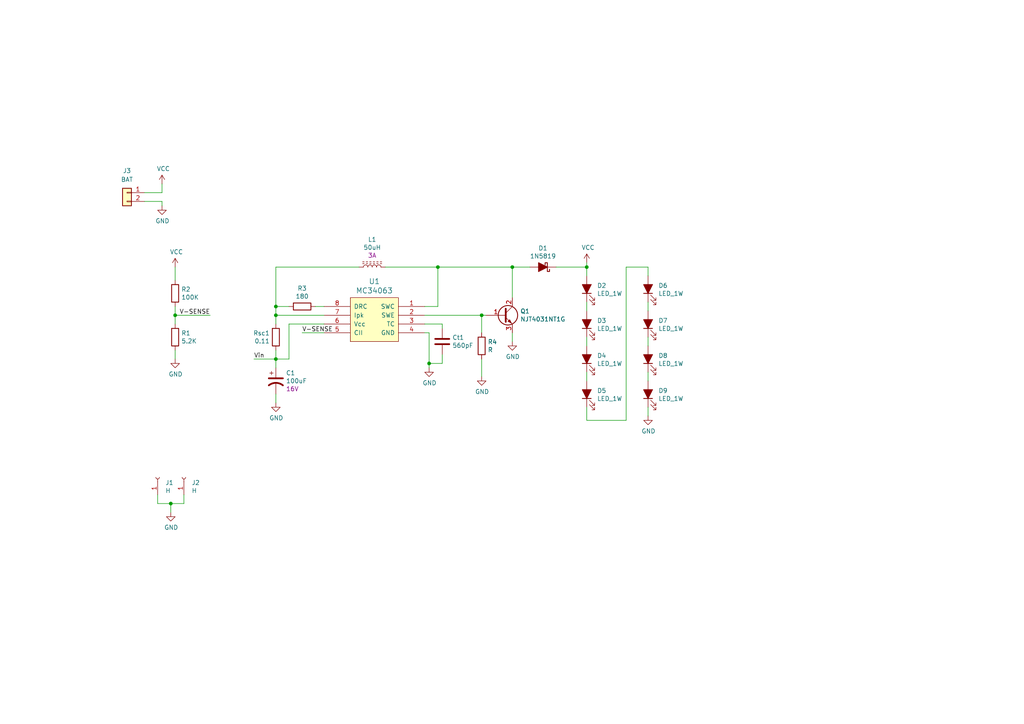
<source format=kicad_sch>
(kicad_sch (version 20211123) (generator eeschema)
  (paper "A4")
  (lib_symbols
    (symbol "Connector:Conn_01x01_Female" (pin_names (offset 1.016) hide)
      (property "Reference" "J" (at 0 2.54 0))
      (property "Value" "Conn_01x01_Female" (at 0 -2.54 0))
      (symbol "Conn_01x01_Female_1_1"
        (polyline (pts (xy -1.27 0) (xy -0.508 0)) (stroke (width 0.1524)))
        (arc (start 0 0.508) (mid -0.508 0) (end 0 -0.508) (stroke (width 0.1524)))
        (pin passive line (at -5.08 0 0) (length 3.81) (name "Pin_1") (number "1"))
      )
    )
    (symbol "Connector_Generic:Conn_01x02" (pin_names (offset 1.016) hide)
      (property "Reference" "J" (at 0 2.54 0))
      (property "Value" "Conn_01x02" (at 0 -5.08 0))
      (symbol "Conn_01x02_1_1"
        (rectangle (start -1.27 -2.413) (end 0 -2.667) (stroke (width 0.1524)))
        (rectangle (start -1.27 0.127) (end 0 -0.127) (stroke (width 0.1524)))
        (rectangle (start -1.27 1.27) (end 1.27 -3.81) (stroke (width 0.254)) (fill (type background)))
        (pin passive line (at -5.08 0 0) (length 3.81) (name "Pin_1") (number "1"))
        (pin passive line (at -5.08 -2.54 0) (length 3.81) (name "Pin_2") (number "2"))
      )
    )
    (symbol "Device:C" (pin_numbers hide) (pin_names (offset 0.254))
      (property "Reference" "C" (at 0.635 2.54 0))
      (property "Value" "C" (at 0.635 -2.54 0))
      (symbol "C_0_1"
        (polyline (pts (xy -2.032 -0.762) (xy 2.032 -0.762)) (stroke (width 0.508)))
        (polyline (pts (xy -2.032 0.762) (xy 2.032 0.762)) (stroke (width 0.508)))
      )
      (symbol "C_1_1"
        (pin passive line (at 0 3.81 270) (length 2.794) (name "~") (number "1"))
        (pin passive line (at 0 -3.81 90) (length 2.794) (name "~") (number "2"))
      )
    )
    (symbol "Device:Q_NPN_BCE" (pin_names (offset 0) hide)
      (property "Reference" "Q" (at 5.08 1.27 0))
      (property "Value" "Q_NPN_BCE" (at 5.08 -1.27 0))
      (symbol "Q_NPN_BCE_0_1"
        (polyline (pts (xy 0.635 0.635) (xy 2.54 2.54)))
        (polyline (pts (xy 0.635 -0.635) (xy 2.54 -2.54) (xy 2.54 -2.54)))
        (polyline (pts (xy 0.635 1.905) (xy 0.635 -1.905) (xy 0.635 -1.905)) (stroke (width 0.508)))
        (polyline (pts (xy 1.27 -1.778) (xy 1.778 -1.27) (xy 2.286 -2.286) (xy 1.27 -1.778) (xy 1.27 -1.778)) (fill (type outline)))
        (circle (center 1.27 0) (radius 2.8194) (stroke (width 0.254)))
      )
      (symbol "Q_NPN_BCE_1_1"
        (pin input line (at -5.08 0 0) (length 5.715) (name "B") (number "1"))
        (pin passive line (at 2.54 5.08 270) (length 2.54) (name "C") (number "2"))
        (pin passive line (at 2.54 -5.08 90) (length 2.54) (name "E") (number "3"))
      )
    )
    (symbol "Device:R" (pin_numbers hide) (pin_names (offset 0))
      (property "Reference" "R" (at 2.032 0 90))
      (property "Value" "R" (at 0 0 90))
      (symbol "R_0_1"
        (rectangle (start -1.016 -2.54) (end 1.016 2.54) (stroke (width 0.254)))
      )
      (symbol "R_1_1"
        (pin passive line (at 0 3.81 270) (length 1.27) (name "~") (number "1"))
        (pin passive line (at 0 -3.81 90) (length 1.27) (name "~") (number "2"))
      )
    )
    (symbol "MC34063-test-rescue:CP1-Device" (pin_numbers hide) (pin_names (offset 0.254) hide)
      (property "Reference" "C" (at 0.635 2.54 0))
      (property "Value" "CP1-Device" (at 0.635 -2.54 0))
      (symbol "CP1-Device_0_1"
        (polyline (pts (xy -2.032 0.762) (xy 2.032 0.762)) (stroke (width 0.508)))
        (polyline (pts (xy -1.778 2.286) (xy -0.762 2.286)))
        (polyline (pts (xy -1.27 1.778) (xy -1.27 2.794)))
        (arc (start 2.032 -1.27) (mid 0 -0.5572) (end -2.032 -1.27) (stroke (width 0.508)))
      )
      (symbol "CP1-Device_1_1"
        (pin passive line (at 0 3.81 270) (length 2.794) (name "~") (number "1"))
        (pin passive line (at 0 -3.81 90) (length 3.302) (name "~") (number "2"))
      )
    )
    (symbol "MC34063-test-rescue:D_Schottky_ALT-Device" (pin_numbers hide) (pin_names (offset 1.016) hide)
      (property "Reference" "D" (at 0 2.54 0))
      (property "Value" "D_Schottky_ALT-Device" (at 0 -2.54 0))
      (symbol "D_Schottky_ALT-Device_0_1"
        (polyline (pts (xy 1.27 0) (xy -1.27 0)))
        (polyline (pts (xy 1.27 1.27) (xy 1.27 -1.27) (xy -1.27 0) (xy 1.27 1.27)) (stroke (width 0.254)) (fill (type outline)))
        (polyline (pts (xy -1.905 0.635) (xy -1.905 1.27) (xy -1.27 1.27) (xy -1.27 -1.27) (xy -0.635 -1.27) (xy -0.635 -0.635)) (stroke (width 0.254)))
      )
      (symbol "D_Schottky_ALT-Device_1_1"
        (pin passive line (at -3.81 0 0) (length 2.54) (name "K") (number "1"))
        (pin passive line (at 3.81 0 180) (length 2.54) (name "A") (number "2"))
      )
    )
    (symbol "MC34063-test-rescue:LED_ALT-Device" (pin_numbers hide) (pin_names (offset 1.016) hide)
      (property "Reference" "D" (at 0 2.54 0))
      (property "Value" "LED_ALT-Device" (at 0 -2.54 0))
      (symbol "LED_ALT-Device_0_1"
        (polyline (pts (xy -1.27 -1.27) (xy -1.27 1.27)) (stroke (width 0.254)))
        (polyline (pts (xy -1.27 0) (xy 1.27 0)))
        (polyline (pts (xy 1.27 -1.27) (xy 1.27 1.27) (xy -1.27 0) (xy 1.27 -1.27)) (stroke (width 0.254)) (fill (type outline)))
        (polyline (pts (xy -3.048 -0.762) (xy -4.572 -2.286) (xy -3.81 -2.286) (xy -4.572 -2.286) (xy -4.572 -1.524)))
        (polyline (pts (xy -1.778 -0.762) (xy -3.302 -2.286) (xy -2.54 -2.286) (xy -3.302 -2.286) (xy -3.302 -1.524)))
      )
      (symbol "LED_ALT-Device_1_1"
        (pin passive line (at -3.81 0 0) (length 2.54) (name "K") (number "1"))
        (pin passive line (at 3.81 0 180) (length 2.54) (name "A") (number "2"))
      )
    )
    (symbol "MC34063-test-rescue:L_Core_Ferrite-Device" (pin_numbers hide) (pin_names (offset 1.016) hide)
      (property "Reference" "L" (at -1.27 0 90))
      (property "Value" "L_Core_Ferrite-Device" (at 2.794 0 90))
      (symbol "L_Core_Ferrite-Device_0_1"
        (arc (start 0 -2.54) (mid 0.635 -1.905) (end 0 -1.27))
        (arc (start 0 -1.27) (mid 0.635 -0.635) (end 0 0))
        (polyline (pts (xy 1.016 -2.794) (xy 1.016 -2.286)))
        (polyline (pts (xy 1.016 -1.778) (xy 1.016 -1.27)))
        (polyline (pts (xy 1.016 -0.762) (xy 1.016 -0.254)))
        (polyline (pts (xy 1.016 0.254) (xy 1.016 0.762)))
        (polyline (pts (xy 1.016 1.27) (xy 1.016 1.778)))
        (polyline (pts (xy 1.016 2.286) (xy 1.016 2.794)))
        (polyline (pts (xy 1.524 -2.286) (xy 1.524 -2.794)))
        (polyline (pts (xy 1.524 -1.27) (xy 1.524 -1.778)))
        (polyline (pts (xy 1.524 -0.254) (xy 1.524 -0.762)))
        (polyline (pts (xy 1.524 0.762) (xy 1.524 0.254)))
        (polyline (pts (xy 1.524 1.778) (xy 1.524 1.27)))
        (polyline (pts (xy 1.524 2.794) (xy 1.524 2.286)))
        (arc (start 0 0) (mid 0.635 0.635) (end 0 1.27))
        (arc (start 0 1.27) (mid 0.635 1.905) (end 0 2.54))
      )
      (symbol "L_Core_Ferrite-Device_1_1"
        (pin passive line (at 0 3.81 270) (length 1.27) (name "1") (number "1"))
        (pin passive line (at 0 -3.81 90) (length 1.27) (name "2") (number "2"))
      )
    )
    (symbol "MC34063-test-rescue:MC34063-MSS_PWMControl" (pin_names (offset 1.016))
      (property "Reference" "U" (at -7.62 8.89 0))
      (property "Value" "MC34063-MSS_PWMControl" (at -7.62 -6.35 0))
      (symbol "MC34063-MSS_PWMControl_0_1"
        (rectangle (start -7.62 7.62) (end 6.35 -5.08) (fill (type background)))
      )
      (symbol "MC34063-MSS_PWMControl_1_1"
        (pin open_collector line (at 13.97 5.08 180) (length 7.62) (name "SWC") (number "1"))
        (pin open_emitter line (at 13.97 2.54 180) (length 7.62) (name "SWE") (number "2"))
        (pin passive line (at 13.97 0 180) (length 7.62) (name "TC") (number "3"))
        (pin power_in line (at 13.97 -2.54 180) (length 7.62) (name "GND") (number "4"))
        (pin input line (at -15.24 -2.54 0) (length 7.62) (name "CII") (number "5"))
        (pin power_in line (at -15.24 0 0) (length 7.62) (name "Vcc") (number "6"))
        (pin input line (at -15.24 2.54 0) (length 7.62) (name "Ipk") (number "7"))
        (pin open_collector line (at -15.24 5.08 0) (length 7.62) (name "DRC") (number "8"))
      )
    )
    (symbol "power:GND" (power) (pin_names (offset 0))
      (property "Value" "GND" (at 0 -3.81 0))
      (symbol "GND_0_1"
        (polyline (pts (xy 0 0) (xy 0 -1.27) (xy 1.27 -1.27) (xy 0 -2.54) (xy -1.27 -1.27) (xy 0 -1.27)))
      )
      (symbol "GND_1_1"
        (pin power_in line (at 0 0 270) (length 0) hide (name "GND") (number "1"))
      )
    )
    (symbol "power:VCC" (power) (pin_names (offset 0))
      (property "Value" "VCC" (at 0 3.81 0))
      (symbol "VCC_0_1"
        (polyline (pts (xy -0.762 1.27) (xy 0 2.54)))
        (polyline (pts (xy 0 0) (xy 0 2.54)))
        (polyline (pts (xy 0 2.54) (xy 0.762 1.27)))
      )
      (symbol "VCC_1_1"
        (pin power_in line (at 0 0 90) (length 0) hide (name "VCC") (number "1"))
      )
    )
  )
  (junction (at 127 77.47))
  (junction (at 50.8 91.44))
  (junction (at 139.7 91.44))
  (junction (at 80.01 91.44))
  (junction (at 80.01 104.14))
  (junction (at 170.18 77.47))
  (junction (at 124.46 105.41))
  (junction (at 49.53 146.05))
  (junction (at 148.59 77.47))
  (junction (at 80.01 88.9))
  (wire (pts (xy 80.01 91.44) (xy 80.01 88.9)))
  (wire (pts (xy 45.72 146.05) (xy 49.53 146.05)))
  (wire (pts (xy 123.19 96.52) (xy 124.46 96.52)))
  (wire (pts (xy 93.98 91.44) (xy 80.01 91.44)))
  (wire (pts (xy 49.53 148.59) (xy 49.53 146.05)))
  (wire (pts (xy 181.61 121.92) (xy 181.61 77.47)))
  (wire (pts (xy 83.82 104.14) (xy 80.01 104.14)))
  (wire (pts (xy 124.46 105.41) (xy 124.46 96.52)))
  (wire (pts (xy 123.19 91.44) (xy 139.7 91.44)))
  (wire (pts (xy 46.99 58.42) (xy 41.91 58.42)))
  (wire (pts (xy 45.72 143.51) (xy 45.72 146.05)))
  (wire (pts (xy 170.18 76.2) (xy 170.18 77.47)))
  (wire (pts (xy 87.63 96.52) (xy 93.98 96.52)))
  (wire (pts (xy 80.01 77.47) (xy 104.14 77.47)))
  (wire (pts (xy 46.99 55.88) (xy 46.99 53.34)))
  (wire (pts (xy 128.27 95.25) (xy 128.27 93.98)))
  (wire (pts (xy 187.96 77.47) (xy 187.96 80.01)))
  (wire (pts (xy 128.27 105.41) (xy 124.46 105.41)))
  (wire (pts (xy 50.8 81.28) (xy 50.8 77.47)))
  (wire (pts (xy 181.61 77.47) (xy 187.96 77.47)))
  (wire (pts (xy 128.27 102.87) (xy 128.27 105.41)))
  (wire (pts (xy 170.18 97.79) (xy 170.18 100.33)))
  (wire (pts (xy 50.8 88.9) (xy 50.8 91.44)))
  (wire (pts (xy 128.27 93.98) (xy 123.19 93.98)))
  (wire (pts (xy 46.99 59.69) (xy 46.99 58.42)))
  (wire (pts (xy 148.59 86.36) (xy 148.59 77.47)))
  (wire (pts (xy 80.01 104.14) (xy 80.01 101.6)))
  (wire (pts (xy 50.8 91.44) (xy 60.96 91.44)))
  (wire (pts (xy 83.82 93.98) (xy 83.82 104.14)))
  (wire (pts (xy 80.01 93.98) (xy 80.01 91.44)))
  (wire (pts (xy 170.18 118.11) (xy 170.18 121.92)))
  (wire (pts (xy 161.29 77.47) (xy 170.18 77.47)))
  (wire (pts (xy 170.18 87.63) (xy 170.18 90.17)))
  (wire (pts (xy 80.01 106.68) (xy 80.01 104.14)))
  (wire (pts (xy 139.7 96.52) (xy 139.7 91.44)))
  (wire (pts (xy 127 88.9) (xy 127 77.47)))
  (wire (pts (xy 93.98 93.98) (xy 83.82 93.98)))
  (wire (pts (xy 73.66 104.14) (xy 80.01 104.14)))
  (wire (pts (xy 148.59 96.52) (xy 148.59 99.06)))
  (wire (pts (xy 53.34 146.05) (xy 53.34 143.51)))
  (wire (pts (xy 187.96 87.63) (xy 187.96 90.17)))
  (wire (pts (xy 123.19 88.9) (xy 127 88.9)))
  (wire (pts (xy 80.01 114.3) (xy 80.01 116.84)))
  (wire (pts (xy 127 77.47) (xy 148.59 77.47)))
  (wire (pts (xy 139.7 104.14) (xy 139.7 109.22)))
  (wire (pts (xy 187.96 118.11) (xy 187.96 120.65)))
  (wire (pts (xy 50.8 91.44) (xy 50.8 93.98)))
  (wire (pts (xy 148.59 77.47) (xy 153.67 77.47)))
  (wire (pts (xy 50.8 101.6) (xy 50.8 104.14)))
  (wire (pts (xy 91.44 88.9) (xy 93.98 88.9)))
  (wire (pts (xy 111.76 77.47) (xy 127 77.47)))
  (wire (pts (xy 80.01 88.9) (xy 80.01 77.47)))
  (wire (pts (xy 124.46 106.68) (xy 124.46 105.41)))
  (wire (pts (xy 140.97 91.44) (xy 139.7 91.44)))
  (wire (pts (xy 170.18 121.92) (xy 181.61 121.92)))
  (wire (pts (xy 49.53 146.05) (xy 53.34 146.05)))
  (wire (pts (xy 170.18 107.95) (xy 170.18 110.49)))
  (wire (pts (xy 170.18 77.47) (xy 170.18 80.01)))
  (wire (pts (xy 83.82 88.9) (xy 80.01 88.9)))
  (wire (pts (xy 41.91 55.88) (xy 46.99 55.88)))
  (wire (pts (xy 187.96 107.95) (xy 187.96 110.49)))
  (wire (pts (xy 187.96 97.79) (xy 187.96 100.33)))
  (label "Vin" (at 73.66 104.14 0))
  (label "V-SENSE" (at 87.63 96.52 0))
  (label "V-SENSE" (at 60.96 91.44 180))
  (symbol (lib_id "MC34063-test-rescue:MC34063-MSS_PWMControl") (at 109.22 93.98 0) (unit 1)
    (property "Reference" "U1" (at 108.585 81.6102 0) (effects (font (size 1.524 1.524))))
    (property "Value" "MC34063" (at 108.585 84.3026 0) (effects (font (size 1.524 1.524))))
    (property "Footprint" "Package_SO:SOIC-8-1EP_3.9x4.9mm_P1.27mm_EP2.29x3mm_ThermalVias" (effects hide))
    (property "Datasheet" "https://www.onsemi.com/pub/Collateral/MC34063A-D.PDF" (effects hide))
    (property "Mfg Part #" "MC34063" (effects hide))
  )
  (symbol (lib_id "MC34063-test-rescue:L_Core_Ferrite-Device") (at 107.95 77.47 90) (unit 1)
    (property "Reference" "L1" (at 107.95 69.469 90))
    (property "Value" "50uH" (at 107.95 71.7804 90))
    (property "Footprint" "Inductor_SMD:L_Wuerth_MAPI-4030" (effects hide))
    (property "Campo4" "3A" (at 107.95 74.0918 90))
  )
  (symbol (lib_id "Device:C") (at 128.27 99.06 0) (unit 1)
    (property "Reference" "Ct1" (at 131.191 97.8916 0) (effects (justify left)))
    (property "Value" "560pF" (at 131.191 100.203 0) (effects (justify left)))
    (property "Footprint" "Capacitor_SMD:C_0402_1005Metric" (effects hide))
  )
  (symbol (lib_id "power:GND") (at 124.46 106.68 0) (unit 1)
    (property "Reference" "#PWR02" (effects hide))
    (property "Value" "GND" (at 124.587 111.0742 0))
  )
  (symbol (lib_id "power:GND") (at 148.59 99.06 0) (unit 1)
    (property "Reference" "#PWR04" (effects hide))
    (property "Value" "GND" (at 148.717 103.4542 0))
  )
  (symbol (lib_id "Device:R") (at 87.63 88.9 270) (unit 1)
    (property "Reference" "R3" (at 87.63 83.6422 90))
    (property "Value" "180" (at 87.63 85.9536 90))
    (property "Footprint" "Resistor_SMD:R_0402_1005Metric" (effects hide))
  )
  (symbol (lib_id "Device:R") (at 80.01 97.79 0) (unit 1)
    (property "Reference" "Rsc1" (at 78.2574 96.6216 0) (effects (justify right)))
    (property "Value" "0.11" (at 78.2574 98.933 0) (effects (justify right)))
    (property "Footprint" "Resistor_SMD:R_0805_2012Metric" (effects hide))
  )
  (symbol (lib_id "MC34063-test-rescue:CP1-Device") (at 80.01 110.49 0) (unit 1)
    (property "Reference" "C1" (at 82.931 108.1786 0) (effects (justify left)))
    (property "Value" "100uF" (at 82.931 110.49 0) (effects (justify left)))
    (property "Footprint" "Capacitor_SMD:CP_Elec_6.3x5.2" (effects hide))
    (property "V" "16V" (at 82.931 112.8014 0) (effects (justify left)))
  )
  (symbol (lib_id "power:GND") (at 80.01 116.84 0) (unit 1)
    (property "Reference" "#PWR01" (effects hide))
    (property "Value" "GND" (at 80.137 121.2342 0))
  )
  (symbol (lib_id "Device:R") (at 50.8 85.09 0) (unit 1)
    (property "Reference" "R2" (at 52.578 83.9216 0) (effects (justify left)))
    (property "Value" "100K" (at 52.578 86.233 0) (effects (justify left)))
    (property "Footprint" "Resistor_SMD:R_0402_1005Metric" (effects hide))
  )
  (symbol (lib_id "Device:R") (at 50.8 97.79 0) (unit 1)
    (property "Reference" "R1" (at 52.578 96.6216 0) (effects (justify left)))
    (property "Value" "5.2K" (at 52.578 98.933 0) (effects (justify left)))
    (property "Footprint" "Resistor_SMD:R_0402_1005Metric" (effects hide))
  )
  (symbol (lib_id "MC34063-test-rescue:D_Schottky_ALT-Device") (at 157.48 77.47 180) (unit 1)
    (property "Reference" "D1" (at 157.48 71.9836 0))
    (property "Value" "1N5819" (at 157.48 74.295 0))
    (property "Footprint" "Diode_SMD:D_SOD-123" (effects hide))
    (property "Datasheet" "https://www.diodes.com/assets/Datasheets/ds30217.pdf" (effects hide))
    (property "Mfg Part #" "1N5819HW-7-F" (effects hide))
  )
  (symbol (lib_id "power:GND") (at 50.8 104.14 0) (unit 1)
    (property "Reference" "#PWR05" (effects hide))
    (property "Value" "GND" (at 50.927 108.5342 0))
  )
  (symbol (lib_id "Device:R") (at 139.7 100.33 0) (unit 1)
    (property "Reference" "R4" (at 141.478 99.1616 0) (effects (justify left)))
    (property "Value" "R" (at 141.478 101.473 0) (effects (justify left)))
    (property "Footprint" "Resistor_SMD:R_0402_1005Metric" (effects hide))
  )
  (symbol (lib_id "power:GND") (at 139.7 109.22 0) (unit 1)
    (property "Reference" "#PWR07" (effects hide))
    (property "Value" "GND" (at 139.827 113.6142 0))
  )
  (symbol (lib_id "MC34063-test-rescue:LED_ALT-Device") (at 170.18 83.82 90) (unit 1)
    (property "Reference" "D2" (at 173.1772 82.8294 90) (effects (justify right)))
    (property "Value" "LED_1W" (at 173.1772 85.1408 90) (effects (justify right)))
    (property "Footprint" "LED_SMD:LED_1W_3W_R8" (effects hide))
  )
  (symbol (lib_id "MC34063-test-rescue:LED_ALT-Device") (at 170.18 93.98 90) (unit 1)
    (property "Reference" "D3" (at 173.1772 92.9894 90) (effects (justify right)))
    (property "Value" "LED_1W" (at 173.1772 95.3008 90) (effects (justify right)))
    (property "Footprint" "LED_SMD:LED_1W_3W_R8" (effects hide))
  )
  (symbol (lib_id "MC34063-test-rescue:LED_ALT-Device") (at 170.18 104.14 90) (unit 1)
    (property "Reference" "D4" (at 173.1772 103.1494 90) (effects (justify right)))
    (property "Value" "LED_1W" (at 173.1772 105.4608 90) (effects (justify right)))
    (property "Footprint" "LED_SMD:LED_1W_3W_R8" (effects hide))
  )
  (symbol (lib_id "MC34063-test-rescue:LED_ALT-Device") (at 170.18 114.3 90) (unit 1)
    (property "Reference" "D5" (at 173.1772 113.3094 90) (effects (justify right)))
    (property "Value" "LED_1W" (at 173.1772 115.6208 90) (effects (justify right)))
    (property "Footprint" "LED_SMD:LED_1W_3W_R8" (effects hide))
  )
  (symbol (lib_id "MC34063-test-rescue:LED_ALT-Device") (at 187.96 83.82 90) (unit 1)
    (property "Reference" "D6" (at 190.9572 82.8294 90) (effects (justify right)))
    (property "Value" "LED_1W" (at 190.9572 85.1408 90) (effects (justify right)))
    (property "Footprint" "LED_SMD:LED_1W_3W_R8" (effects hide))
  )
  (symbol (lib_id "MC34063-test-rescue:LED_ALT-Device") (at 187.96 93.98 90) (unit 1)
    (property "Reference" "D7" (at 190.9572 92.9894 90) (effects (justify right)))
    (property "Value" "LED_1W" (at 190.9572 95.3008 90) (effects (justify right)))
    (property "Footprint" "LED_SMD:LED_1W_3W_R8" (effects hide))
  )
  (symbol (lib_id "MC34063-test-rescue:LED_ALT-Device") (at 187.96 104.14 90) (unit 1)
    (property "Reference" "D8" (at 190.9572 103.1494 90) (effects (justify right)))
    (property "Value" "LED_1W" (at 190.9572 105.4608 90) (effects (justify right)))
    (property "Footprint" "LED_SMD:LED_1W_3W_R8" (effects hide))
  )
  (symbol (lib_id "MC34063-test-rescue:LED_ALT-Device") (at 187.96 114.3 90) (unit 1)
    (property "Reference" "D9" (at 190.9572 113.3094 90) (effects (justify right)))
    (property "Value" "LED_1W" (at 190.9572 115.6208 90) (effects (justify right)))
    (property "Footprint" "LED_SMD:LED_1W_3W_R8" (effects hide))
  )
  (symbol (lib_id "power:GND") (at 187.96 120.65 0) (unit 1)
    (property "Reference" "#PWR0101" (effects hide))
    (property "Value" "GND" (at 188.087 125.0442 0))
  )
  (symbol (lib_id "Device:Q_NPN_BCE") (at 146.05 91.44 0) (unit 1)
    (property "Reference" "Q1" (at 150.9014 90.2716 0) (effects (justify left)))
    (property "Value" "NJT4031NT1G" (at 150.9014 92.583 0) (effects (justify left)))
    (property "Footprint" "Package_TO_SOT_SMD:SOT-223-3_TabPin2" (effects hide))
    (property "Mfg Part #" "NJT4031NT1G" (effects hide))
  )
  (symbol (lib_id "power:VCC") (at 170.18 76.2 0) (unit 1)
    (property "Reference" "#PWR0102" (effects hide))
    (property "Value" "VCC" (at 170.561 71.8058 0))
  )
  (symbol (lib_id "power:VCC") (at 50.8 77.47 0) (unit 1)
    (property "Reference" "#PWR0103" (effects hide))
    (property "Value" "VCC" (at 51.181 73.0758 0))
  )
  (symbol (lib_id "Connector:Conn_01x01_Female") (at 45.72 138.43 90) (unit 1)
    (property "Reference" "J1" (at 47.9552 140.0048 90) (effects (justify right)))
    (property "Value" "H" (at 47.9552 142.3162 90) (effects (justify right)))
    (property "Footprint" "MountingHole:MountingHole_3.2mm_M3_Pad_Via" (effects hide))
  )
  (symbol (lib_id "Connector:Conn_01x01_Female") (at 53.34 138.43 90) (unit 1)
    (property "Reference" "J2" (at 55.5752 140.0048 90) (effects (justify right)))
    (property "Value" "H" (at 55.5752 142.3162 90) (effects (justify right)))
    (property "Footprint" "MountingHole:MountingHole_3.2mm_M3_Pad_Via" (effects hide))
  )
  (symbol (lib_id "power:GND") (at 49.53 148.59 0) (unit 1)
    (property "Reference" "#PWR03" (effects hide))
    (property "Value" "GND" (at 49.657 152.9842 0))
  )
  (symbol (lib_id "Connector_Generic:Conn_01x02") (at 36.83 55.88 0) (mirror y) (unit 1)
    (property "Reference" "J3" (at 36.83 49.53 0))
    (property "Value" "BAT" (at 36.83 52.07 0))
    (property "Footprint" "TerminalBlock_Phoenix:TerminalBlock_Phoenix_MKDS-1,5-2-5.08_1x02_P5.08mm_Horizontal" (effects hide))
  )
  (symbol (lib_id "power:GND") (at 46.99 59.69 0) (unit 1)
    (property "Reference" "#PWR08" (effects hide))
    (property "Value" "GND" (at 47.117 64.0842 0))
  )
  (symbol (lib_id "power:VCC") (at 46.99 53.34 0) (unit 1)
    (property "Reference" "#PWR06" (effects hide))
    (property "Value" "VCC" (at 47.371 48.9458 0))
  )
)
</source>
